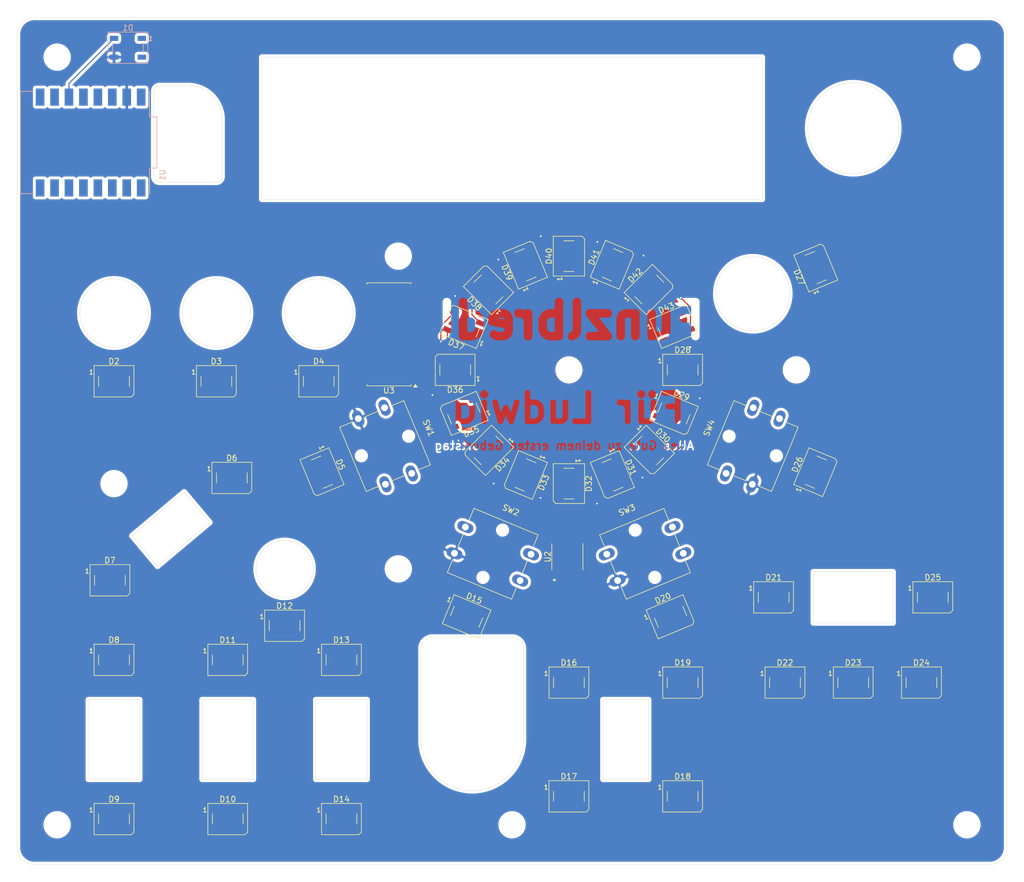
<source format=kicad_pcb>
(kicad_pcb (version 20241229) (generator "pcbnew") (generator_version "9.0")
  (layers (0 "F.Cu" signal) (2 "B.Cu" signal) (13 "F.Paste" user) (15 "B.Paste" user) (5 "F.SilkS" user "F.Silkscreen") (7 "B.SilkS" user "B.Silkscreen") (1 "F.Mask" user) (3 "B.Mask" user) (25 "Edge.Cuts" user))
  (net 0 "")
  (net 1 "GND")
  (net 2 "+5V")
  (net 3 "Net-(D1-DOUT)")
  (net 4 "Net-(D2-DOUT)")
  (net 5 "Net-(D3-DOUT)")
  (net 6 "Net-(D4-DOUT)")
  (net 7 "Net-(D5-DOUT)")
  (net 8 "Net-(D6-DOUT)")
  (net 9 "Net-(D7-DOUT)")
  (net 10 "Net-(D8-DOUT)")
  (net 11 "Net-(D10-DIN)")
  (net 12 "Net-(D10-DOUT)")
  (net 13 "Net-(D11-DOUT)")
  (net 14 "Net-(D12-DOUT)")
  (net 15 "Net-(D13-DOUT)")
  (net 16 "Net-(D14-DOUT)")
  (net 17 "Net-(D15-DOUT)")
  (net 18 "Net-(D16-DOUT)")
  (net 19 "Net-(D17-DOUT)")
  (net 20 "Net-(D18-DOUT)")
  (net 21 "Net-(D19-DOUT)")
  (net 22 "Net-(D20-DOUT)")
  (net 23 "Net-(D21-DOUT)")
  (net 24 "Net-(D22-DOUT)")
  (net 25 "Net-(D23-DOUT)")
  (net 26 "Net-(D24-DOUT)")
  (net 27 "Net-(D25-DOUT)")
  (net 28 "Net-(D26-DOUT)")
  (net 29 "Net-(D27-DOUT)")
  (net 30 "Net-(D28-DOUT)")
  (net 31 "Net-(D29-DOUT)")
  (net 32 "Net-(D30-DOUT)")
  (net 33 "Net-(D31-DOUT)")
  (net 34 "Net-(D32-DOUT)")
  (net 35 "Net-(D33-DOUT)")
  (net 36 "Net-(D34-DOUT)")
  (net 37 "Net-(D35-DOUT)")
  (net 38 "Net-(D36-DOUT)")
  (net 39 "Net-(D37-DOUT)")
  (net 40 "Net-(D38-DOUT)")
  (net 41 "Net-(D39-DOUT)")
  (net 42 "Net-(D40-DOUT)")
  (net 43 "Net-(D41-DOUT)")
  (net 44 "Net-(D42-DOUT)")
  (net 55 "Net-(D1-DIN)")
  (net 56 "+3V3")
  (net 58 "SDA")
  (net 59 "SCL")
  (footprint "LED_SMD:LED_WS2812B_PLCC4_5.0x5.0mm_P3.2mm" (layer "F.Cu") (at 114.14 50.86 45)
    (property "Reference" "D42")
    (property "Value" "WS2812B")
  )
  (footprint "LED_SMD:LED_WS2812B_PLCC4_5.0x5.0mm_P3.2mm" (layer "F.Cu") (at 38 67)
    (property "Reference" "D3")
    (property "Value" "WS2812B")
  )
  (footprint "LED_SMD:LED_WS2812B_PLCC4_5.0x5.0mm_P3.2mm" (layer "F.Cu") (at 138 120)
    (property "Reference" "D22")
    (property "Value" "WS2812B")
  )
  (footprint "MountingHole:MountingHole_4.3mm_M4_DIN965" (layer "F.Cu") (at 70 100)
    (property "Reference" "H6" (hide yes))
    (property "Value" "MountingHole" (hide yes))
  )
  (footprint "LED_SMD:LED_WS2812B_PLCC4_5.0x5.0mm_P3.2mm" (layer "F.Cu") (at 60 144)
    (property "Reference" "D14")
    (property "Value" "WS2812B")
  )
  (footprint "MountingHole:MountingHole_4.3mm_M4_DIN965" (layer "F.Cu") (at 70 45)
    (property "Reference" "H10" (hide yes))
    (property "Value" "MountingHole" (hide yes))
  )
  (footprint "LED_SMD:LED_WS2812B_PLCC4_5.0x5.0mm_P3.2mm" (layer "F.Cu") (at 100 45 90)
    (property "Reference" "D40")
    (property "Value" "WS2812B")
  )
  (footprint "LED_SMD:LED_WS2812B_PLCC4_5.0x5.0mm_P3.2mm" (layer "F.Cu") (at 117.88 108.42 22.5)
    (property "Reference" "D20")
    (property "Value" "WS2812B")
  )
  (footprint "MountingHole:MountingHole_4.3mm_M4_DIN965" (layer "F.Cu") (at 140 65)
    (property "Reference" "H8" (hide yes))
    (property "Value" "MountingHole" (hide yes))
  )
  (footprint "MountingHole:MountingHole_4.3mm_M4_DIN965" (layer "F.Cu") (at 170 10)
    (property "Reference" "H2" (hide yes))
    (property "Value" "MountingHole" (hide yes))
  )
  (footprint "MountingHole:MountingHole_4.3mm_M4_DIN965" (layer "F.Cu") (at 90 145)
    (property "Reference" "H9" (hide yes))
    (property "Value" "MountingHole" (hide yes))
  )
  (footprint "LED_SMD:LED_WS2812B_PLCC4_5.0x5.0mm_P3.2mm" (layer "F.Cu") (at 120 65)
    (property "Reference" "D28")
    (property "Value" "WS2812B")
  )
  (footprint "Lib:ColorButton" (layer "F.Cu") (at 132.34 78.39 67.5)
    (property "Reference" "SW4")
    (property "Value" "SW_MEC_5E")
  )
  (footprint "LED_SMD:LED_WS2812B_PLCC4_5.0x5.0mm_P3.2mm" (layer "F.Cu") (at 100 120)
    (property "Reference" "D16")
    (property "Value" "WS2812B")
  )
  (footprint "Lib:ColorButton" (layer "F.Cu") (at 86.61 97.34 -22.5)
    (property "Reference" "SW2")
    (property "Value" "SW_MEC_5E")
  )
  (footprint "LED_SMD:LED_WS2812B_PLCC4_5.0x5.0mm_P3.2mm" (layer "F.Cu") (at 164 105)
    (property "Reference" "D25")
    (property "Value" "WS2812B")
  )
  (footprint "LED_SMD:LED_WS2812B_PLCC4_5.0x5.0mm_P3.2mm" (layer "F.Cu") (at 118.48 72.65 -22.5)
    (property "Reference" "D29")
    (property "Value" "WS2812B")
  )
  (footprint "LED_SMD:LED_WS2812B_PLCC4_5.0x5.0mm_P3.2mm" (layer "F.Cu") (at 92.35 46.52 112.5)
    (property "Reference" "D39")
    (property "Value" "WS2812B")
  )
  (footprint "LED_SMD:LED_WS2812B_PLCC4_5.0x5.0mm_P3.2mm" (layer "F.Cu") (at 120 120)
    (property "Reference" "D19")
    (property "Value" "WS2812B")
  )
  (footprint "LED_SMD:LED_WS2812B_PLCC4_5.0x5.0mm_P3.2mm" (layer "F.Cu") (at 143.42 82.99 67.5)
    (property "Reference" "D26")
    (property "Value" "WS2812B")
  )
  (footprint "LED_SMD:LED_WS2812B_PLCC4_5.0x5.0mm_P3.2mm" (layer "F.Cu") (at 40.72 84)
    (property "Reference" "D6")
    (property "Value" "WS2812B")
  )
  (footprint "Lib:ColorButton" (layer "F.Cu") (at 113.39 97.34 22.5)
    (property "Reference" "SW3")
    (property "Value" "SW_MEC_5E")
  )
  (footprint "LED_SMD:LED_WS2812B_PLCC4_5.0x5.0mm_P3.2mm" (layer "F.Cu") (at 19.28 102)
    (property "Reference" "D7")
    (property "Value" "WS2812B")
  )
  (footprint "Package_SO:SOIC-28W_7.5x17.9mm_P1.27mm" (layer "F.Cu") (at 68.35 58.745 180)
    (property "Reference" "U3")
    (property "Value" "MCP23017_SO")
  )
  (footprint "LED_SMD:LED_WS2812B_PLCC4_5.0x5.0mm_P3.2mm" (layer "F.Cu") (at 40 116)
    (property "Reference" "D11")
    (property "Value" "WS2812B")
  )
  (footprint "LED_SMD:LED_WS2812B_PLCC4_5.0x5.0mm_P3.2mm" (layer "F.Cu") (at 50 110)
    (property "Reference" "D12")
    (property "Value" "WS2812B")
  )
  (footprint "LED_SMD:LED_WS2812B_PLCC4_5.0x5.0mm_P3.2mm" (layer "F.Cu") (at 143.42 47.01 112.5)
    (property "Reference" "D27")
    (property "Value" "WS2812B")
  )
  (footprint "LED_SMD:LED_WS2812B_PLCC4_5.0x5.0mm_P3.2mm" (layer "F.Cu") (at 162 120)
    (property "Reference" "D24")
    (property "Value" "WS2812B")
  )
  (footprint "MountingHole:MountingHole_4.3mm_M4_DIN965" (layer "F.Cu") (at 100 65)
    (property "Reference" "H5" (hide yes))
    (property "Value" "MountingHole" (hide yes))
  )
  (footprint "LED_SMD:LED_WS2812B_PLCC4_5.0x5.0mm_P3.2mm" (layer "F.Cu") (at 56.58 82.99 -67.5)
    (property "Reference" "D5")
    (property "Value" "WS2812B")
  )
  (footprint "LED_SMD:LED_WS2812B_PLCC4_5.0x5.0mm_P3.2mm" (layer "F.Cu") (at 60 116)
    (property "Reference" "D13")
    (property "Value" "WS2812B")
  )
  (footprint "LED_SMD:LED_WS2812B_PLCC4_5.0x5.0mm_P3.2mm" (layer "F.Cu") (at 107.65 83.48 -67.5)
    (property "Reference" "D31")
    (property "Value" "WS2812B")
  )
  (footprint "LED_SMD:LED_WS2812B_PLCC4_5.0x5.0mm_P3.2mm" (layer "F.Cu") (at 40 144)
    (property "Reference" "D10")
    (property "Value" "WS2812B")
  )
  (footprint "LED_SMD:LED_WS2812B_PLCC4_5.0x5.0mm_P3.2mm" (layer "F.Cu") (at 20 67)
    (property "Reference" "D2")
    (property "Value" "WS2812B")
  )
  (footprint "LED_SMD:LED_WS2812B_PLCC4_5.0x5.0mm_P3.2mm" (layer "F.Cu") (at 150 120)
    (property "Reference" "D23")
    (property "Value" "WS2812B")
  )
  (footprint "LED_SMD:LED_WS2812B_PLCC4_5.0x5.0mm_P3.2mm" (layer "F.Cu") (at 82.01 108.42 -22.5)
    (property "Reference" "D15")
    (property "Value" "WS2812B")
  )
  (footprint "LED_SMD:LED_WS2812B_PLCC4_5.0x5.0mm_P3.2mm" (layer "F.Cu") (at 92.35 83.48 -112.5)
    (property "Reference" "D33")
    (property "Value" "WS2812B")
  )
  (footprint "LED_SMD:LED_WS2812B_PLCC4_5.0x5.0mm_P3.2mm" (layer "F.Cu") (at 56 67)
    (property "Reference" "D4")
    (property "Value" "WS2812B")
  )
  (footprint "MountingHole:MountingHole_4.3mm_M4_DIN965" (layer "F.Cu") (at 10 10)
    (property "Reference" "H1" (hide yes))
    (property "Value" "MountingHole" (hide yes))
  )
  (footprint "Package_SO:TSSOP-16_4.4x5mm_P0.65mm" (layer "F.Cu") (at 99.725 97.8625 90)
    (property "Reference" "U2")
    (property "Value" "ADS7828")
  )
  (footprint "LED_SMD:LED_WS2812B_PLCC4_5.0x5.0mm_P3.2mm" (layer "F.Cu") (at 20 116)
    (property "Reference" "D8")
    (property "Value" "WS2812B")
  )
  (footprint "MountingHole:MountingHole_4.3mm_M4_DIN965" (layer "F.Cu") (at 170 145)
    (property "Reference" "H4" (hide yes))
    (property "Value" "MountingHole" (hide yes))
  )
  (footprint "LED_SMD:LED_WS2812B_PLCC4_5.0x5.0mm_P3.2mm" (layer "F.Cu") (at 120 140)
    (property "Reference" "D18")
    (property "Value" "WS2812B")
  )
  (footprint "LED_SMD:LED_WS2812B_PLCC4_5.0x5.0mm_P3.2mm" (layer "F.Cu") (at 100 140)
    (property "Reference" "D17")
    (property "Value" "WS2812B")
  )
  (footprint "LED_SMD:LED_WS2812B_PLCC4_5.0x5.0mm_P3.2mm" (layer "F.Cu") (at 118.48 57.35 22.5)
    (property "Reference" "D43")
    (property "Value" "WS2812B")
  )
  (footprint "LED_SMD:LED_WS2812B_PLCC4_5.0x5.0mm_P3.2mm" (layer "F.Cu") (at 114.14 79.15 -45)
    (property "Reference" "D30")
    (property "Value" "WS2812B")
  )
  (footprint "LED_SMD:LED_WS2812B_PLCC4_5.0x5.0mm_P3.2mm" (layer "F.Cu") (at 80 65 180)
    (property "Reference" "D36")
    (property "Value" "WS2812B")
  )
  (footprint "LED_SMD:LED_WS2812B_PLCC4_5.0x5.0mm_P3.2mm" (layer "F.Cu") (at 20 144)
    (property "Reference" "D9")
    (property "Value" "WS2812B")
  )
  (footprint "LED_SMD:LED_WS2812B_PLCC4_5.0x5.0mm_P3.2mm" (layer "F.Cu") (at 81.52 57.35 157.5)
    (property "Reference" "D37")
    (property "Value" "WS2812B")
  )
  (footprint "Lib:ColorButton" (layer "F.Cu") (at 67.66 78.39 -67.5)
    (property "Reference" "SW1")
    (property "Value" "SW_MEC_5E")
  )
  (footprint "LED_SMD:LED_WS2812B_PLCC4_5.0x5.0mm_P3.2mm" (layer "F.Cu") (at 136 105)
    (property "Reference" "D21")
    (property "Value" "WS2812B")
  )
  (footprint "MountingHole:MountingHole_4.3mm_M4_DIN965" (layer "F.Cu") (at 20 85)
    (property "Reference" "H7" (hide yes))
    (property "Value" "MountingHole" (hide yes))
  )
  (footprint "MountingHole:MountingHole_4.3mm_M4_DIN965" (layer "F.Cu") (at 10 145)
    (property "Reference" "H3" (hide yes))
    (property "Value" "MountingHole" (hide yes))
  )
  (footprint "LED_SMD:LED_WS2812B_PLCC4_5.0x5.0mm_P3.2mm" (layer "F.Cu") (at 81.52 72.65 -157.5)
    (property "Reference" "D35")
    (property "Value" "WS2812B")
  )
  (footprint "LED_SMD:LED_WS2812B_PLCC4_5.0x5.0mm_P3.2mm" (layer "F.Cu") (at 100 85 -90)
    (property "Reference" "D32")
    (property "Value" "WS2812B")
  )
  (footprint "LED_SMD:LED_WS2812B_PLCC4_5.0x5.0mm_P3.2mm" (layer "F.Cu") (at 107.65 46.52 67.5)
    (property "Reference" "D41")
    (property "Value" "WS2812B")
  )
  (footprint "LED_SMD:LED_WS2812B_PLCC4_5.0x5.0mm_P3.2mm" (layer "F.Cu") (at 85.86 79.14 -135)
    (property "Reference" "D34")
    (property "Value" "WS2812B")
  )
  (footprint "LED_SMD:LED_WS2812B_PLCC4_5.0x5.0mm_P3.2mm" (layer "F.Cu") (at 85.86 50.86 135)
    (property "Reference" "D38")
    (property "Value" "WS2812B")
  )
  (footprint "Lib:MODULE_ESP32-C3_SUPERMINI" (layer "B.Cu") (at 14.88 25.015 90)
    (property "Reference" "U1")
    (property "Value" "ESP32-C3_SUPERMINI_SMD")
  )
  (footprint "LED_SMD:LED_WS2812B_PLCC4_5.0x5.0mm_P3.2mm" (layer "B.Cu") (at 22.45 8.35 180)
    (property "Reference" "D1")
    (property "Value" "WS2812B")
  )
  (gr_circle (center 20 55) (end 26 55) (stroke (width 0.05)) (fill no) (layer "Edge.Cuts"))
  (gr_arc (start 28 32) (mid 27.292893 31.707107) (end 27 31) (stroke (width 0.05)) (layer "Edge.Cuts"))
  (gr_line (start 177 6) (end 177 149) (stroke (width 0.05)) (layer "Edge.Cuts"))
  (gr_poly (pts (xy 32.34651 86.462119) (xy 36.846023 91.82443) (xy 27.65349 99.537881) (xy 23.153977 94.17557)) (stroke (width 0.05)) (fill no) (layer "Edge.Cuts"))
  (gr_arc (start 90 112) (mid 91.414214 112.585786) (end 92 114) (stroke (width 0.05)) (layer "Edge.Cuts"))
  (gr_line (start 33 15) (end 28 15) (stroke (width 0.05)) (layer "Edge.Cuts"))
  (gr_line (start 92 130) (end 92 114) (stroke (width 0.05)) (layer "Edge.Cuts"))
  (gr_arc (start 27 16) (mid 27.292893 15.292893) (end 28 15) (stroke (width 0.05)) (layer "Edge.Cuts"))
  (gr_circle (center 38 55) (end 44 55) (stroke (width 0.05)) (fill no) (layer "Edge.Cuts"))
  (gr_arc (start 174 3) (mid 176.12132 3.87868) (end 177 6) (stroke (width 0.05)) (layer "Edge.Cuts"))
  (gr_arc (start 33 15) (mid 37.242641 16.757359) (end 39 21) (stroke (width 0.05)) (layer "Edge.Cuts"))
  (gr_arc (start 6 152) (mid 3.87868 151.12132) (end 3 149) (stroke (width 0.05)) (layer "Edge.Cuts"))
  (gr_line (start 28 32) (end 38 32) (stroke (width 0.05)) (layer "Edge.Cuts"))
  (gr_line (start 46 10) (end 46 35) (stroke (width 0.05)) (layer "Edge.Cuts"))
  (gr_line (start 134 35) (end 134 10) (stroke (width 0.05)) (layer "Edge.Cuts"))
  (gr_line (start 6 3) (end 174 3) (stroke (width 0.05)) (layer "Edge.Cuts"))
  (gr_arc (start 3 6) (mid 3.87868 3.87868) (end 6 3) (stroke (width 0.05)) (layer "Edge.Cuts"))
  (gr_circle (center 50 100) (end 50 105) (stroke (width 0.05)) (fill no) (layer "Edge.Cuts"))
  (gr_circle (center 132.34 51.61) (end 138.84 51.61) (stroke (width 0.05)) (fill no) (layer "Edge.Cuts"))
  (gr_line (start 90 112) (end 76 112) (stroke (width 0.05)) (layer "Edge.Cuts"))
  (gr_line (start 27 16) (end 27 31) (stroke (width 0.05)) (layer "Edge.Cuts"))
  (gr_line (start 174 152) (end 6 152) (stroke (width 0.05)) (layer "Edge.Cuts"))
  (gr_arc (start 92 130) (mid 83 139) (end 74 130) (stroke (width 0.05)) (layer "Edge.Cuts"))
  (gr_line (start 39 31) (end 39 21) (stroke (width 0.05)) (layer "Edge.Cuts"))
  (gr_arc (start 177 149) (mid 176.12132 151.12132) (end 174 152) (stroke (width 0.05)) (layer "Edge.Cuts"))
  (gr_circle (center 56 55) (end 62 55) (stroke (width 0.05)) (fill no) (layer "Edge.Cuts"))
  (gr_line (start 3 149) (end 3 6) (stroke (width 0.05)) (layer "Edge.Cuts"))
  (gr_circle (center 150 22.5) (end 158 22.5) (stroke (width 0.05)) (fill no) (layer "Edge.Cuts"))
  (gr_arc (start 39 31) (mid 38.707107 31.707107) (end 38 32) (stroke (width 0.05)) (layer "Edge.Cuts"))
  (gr_rect (start 143 100.5) (end 157 109.5) (stroke (width 0.05)) (fill no) (layer "Edge.Cuts"))
  (gr_rect (start 35.5 123) (end 44.5 137) (stroke (width 0.05)) (fill no) (layer "Edge.Cuts"))
  (gr_rect (start 106 123) (end 114 137) (stroke (width 0.05)) (fill no) (layer "Edge.Cuts"))
  (gr_arc (start 74 114) (mid 74.585786 112.585786) (end 76 112) (stroke (width 0.05)) (layer "Edge.Cuts"))
  (gr_rect (start 55.5 123) (end 64.5 137) (stroke (width 0.05)) (fill no) (layer "Edge.Cuts"))
  (gr_line (start 46 35) (end 134 35) (stroke (width 0.05)) (layer "Edge.Cuts"))
  (gr_line (start 74 114) (end 74 130) (stroke (width 0.05)) (layer "Edge.Cuts"))
  (gr_rect (start 15.5 123) (end 24.5 137) (stroke (width 0.05)) (fill no) (layer "Edge.Cuts"))
  (gr_line (start 134 10) (end 46 10) (stroke (width 0.05)) (layer "Edge.Cuts"))
  (gr_text "Alles Gute zu deinem ersten Geburtstag" (at 122.2 79.2 0) (layer "B.Cu" knockout) (effects (font (size 1.5 1.5) (thickness 0.3) (bold yes)) (justify left bottom mirror)))
  (gr_text "Funzlbredl" (at 125 59.9 0) (layer "B.Cu" knockout) (effects (font (size 6 6) (thickness 2)) (justify left bottom mirror)))
  (gr_text "Für Ludwig" (at 121 74.7 0) (layer "B.Cu" knockout) (effects (font (size 5 5) (thickness 1) (bold yes)) (justify left bottom mirror)))
  (segment (start 117.039138 50.294315) (end 117.675532 50.294315) (width 0.2) (layer "F.Cu") (net 1))
  (segment (start 99.401 88.501) (end 98.35 87.45) (width 0.2) (layer "F.Cu") (net 1))
  (segment (start 121.374933 61) (end 121.374933 65.574933) (width 0.2) (layer "F.Cu") (net 1))
  (segment (start 78.625067 75.461734) (end 78.625067 72.063173) (width 0.2) (layer "F.Cu") (net 1))
  (segment (start 79.887923 54.888024) (end 79.887923 51.880914) (width 0.2) (layer "F.Cu") (net 1))
  (segment (start 120.112077 75.111976) (end 120.112077 78.129086) (width 0.2) (layer "F.Cu") (net 1))
  (segment (start 114.705685 82.130982) (end 112.918333 83.918333) (width 0.2) (layer "F.Cu") (net 1))
  (segment (start 121.374933 57.936827) (end 121.374933 61) (width 0.2) (layer "F.Cu") (net 1))
  (segment (start 112.918333 83.918333) (end 110.461734 86.374933) (width 0.2) (layer "F.Cu") (net 1))
  (segment (start 107.708831 42.484778) (end 110.111976 44.887923) (width 0.2) (layer "F.Cu") (net 1))
  (segment (start 82.960862 79.705685) (end 82.869018 79.705685) (width 0.2) (layer "F.Cu") (net 1))
  (segment (start 104.937106 88.501) (end 99.401 88.501) (width 0.2) (layer "F.Cu") (net 1))
  (segment (start 92.936827 43.625067) (end 95.062894 41.499) (width 0.2) (layer "F.Cu") (net 1))
  (segment (start 82.960862 81.192025) (end 82.960862 79.705685) (width 0.2) (layer "F.Cu") (net 1))
  (segment (start 89.888024 85.112077) (end 86.880914 85.112077) (width 0.2) (layer "F.Cu") (net 1))
  (segment (start 110.111976 44.887923) (end 113.119086 44.887923) (width 0.2) (layer "F.Cu") (net 1))
  (segment (start 79.887923 51.880914) (end 83.807975 47.960862) (width 0.2) (layer "F.Cu") (net 1))
  (segment (start 117.675532 50.294315) (end 119.690608 52.309392) (width 0.2) (layer "F.Cu") (net 1))
  (segment (start 82.869018 79.705685) (end 80.581666 77.418334) (width 0.2) (layer "F.Cu") (net 1))
  (segment (start 107.063173 86.374933) (end 104.937106 88.501) (width 0.2) (layer "F.Cu") (net 1))
  (segment (start 98.35 87.45) (end 98.284778 87.515222) (width 0.2) (layer "F.Cu") (net 1))
  (segment (start 121.374933 53.993716) (end 121.374933 57.936827) (width 0.2) (layer "F.Cu") (net 1))
  (segment (start 101.65 42.55) (end 101.715222 42.484778) (width 0.2) (layer "F.Cu") (net 1))
  (segment (start 119.690608 52.309392) (end 121.374933 53.993716) (width 0.2) (layer "F.Cu") (net 1))
  (segment (start 120 78.241163) (end 116.192025 82.049138) (width 0.2) (layer "F.Cu") (net 1))
  (segment (start 98.284778 87.515222) (end 95 87.515222) (width 0.2) (layer "F.Cu") (net 1))
  (segment (start 105 42.484778) (end 107.708831 42.484778) (width 0.2) (layer "F.Cu") (net 1))
  (segment (start 100.599 41.499) (end 101.65 42.55) (width 0.2) (layer "F.Cu") (net 1))
  (segment (start 123 72.224053) (end 120.112077 75.111976) (width 0.2) (layer "F.Cu") (net 1))
  (segment (start 87.581667 45.581667) (end 89.538266 43.625067) (width 0.2) (layer "F.Cu") (net 1))
  (segment (start 120.112077 78.129086) (end 120 78.241163) (width 0.2) (layer "F.Cu") (net 1))
  (segment (start 85.294315 47.960862) (end 85.294315 47.869018) (width 0.2) (layer "F.Cu") (net 1))
  (segment (start 78.625067 72.063173) (end 76 69.438106) (width 0.2) (layer "F.Cu") (net 1))
  (segment (start 114.705685 82.049138) (end 114.705685 82.130982) (width 0.2) (layer "F.Cu") (net 1))
  (segment (start 77.484778 57.291169) (end 79.887923 54.888024) (width 0.2) (layer "F.Cu") (net 1))
  (segment (start 123 67.2) (end 123 70) (width 0.2) (layer "F.Cu") (net 1))
  (segment (start 123 70) (end 123 72.224053) (width 0.2) (layer "F.Cu") (net 1))
  (segment (start 122.45 66.65) (end 123 67.2) (width 0.2) (layer "F.Cu") (net 1))
  (segment (start 89.538266 43.625067) (end 92.936827 43.625067) (width 0.2) (layer "F.Cu") (net 1))
  (segment (start 121.374933 65.574933) (end 122.45 66.65) (width 0.2) (layer "F.Cu") (net 1))
  (segment (start 77.484778 63.284778) (end 77.484778 60) (width 0.2) (layer "F.Cu") (net 1))
  (segment (start 117.039138 48.807975) (end 117.039138 50.294315) (width 0.2) (layer "F.Cu") (net 1))
  (segment (start 116.192025 82.049138) (end 114.705685 82.049138) (width 0.2) (layer "F.Cu") (net 1))
  (segment (start 80.581666 77.418334) (end 78.625067 75.461734) (width 0.2) (layer "F.Cu") (net 1))
  (segment (start 83.807975 47.960862) (end 85.294315 47.960862) (width 0.2) (layer "F.Cu") (net 1))
  (segment (start 92.291169 87.515222) (end 89.888024 85.112077) (width 0.2) (layer "F.Cu") (net 1))
  (segment (start 113.119086 44.887923) (end 117.039138 48.807975) (width 0.2) (layer "F.Cu") (net 1))
  (segment (start 86.768837 85) (end 82.960862 81.192025) (width 0.2) (layer "F.Cu") (net 1))
  (segment (start 110.461734 86.374933) (end 107.063173 86.374933) (width 0.2) (layer "F.Cu") (net 1))
  (segment (start 101.715222 42.484778) (end 105 42.484778) (width 0.2) (layer "F.Cu") (net 1))
  (segment (start 85.294315 47.869018) (end 87.581667 45.581667) (width 0.2) (layer "F.Cu") (net 1))
  (segment (start 95 87.515222) (end 92.291169 87.515222) (width 0.2) (layer "F.Cu") (net 1))
  (segment (start 77.55 63.35) (end 77.484778 63.284778) (width 0.2) (layer "F.Cu") (net 1))
  (segment (start 86.880914 85.112077) (end 86.768837 85) (width 0.2) (layer "F.Cu") (net 1))
  (segment (start 76 69.438106) (end 76 64.9) (width 0.2) (layer "F.Cu") (net 1))
  (segment (start 95.062894 41.499) (end 100.599 41.499) (width 0.2) (layer "F.Cu") (net 1))
  (segment (start 76 64.9) (end 77.55 63.35) (width 0.2) (layer "F.Cu") (net 1))
  (segment (start 77.484778 60) (end 77.484778 57.291169) (width 0.2) (layer "F.Cu") (net 1))
  (via (at 104.937106 88.501) (size 0.6) (drill 0.3) (layers "F.Cu" "B.Cu") (net 1))
  (via (at 76 69.438106) (size 0.6) (drill 0.3) (layers "F.Cu" "B.Cu") (net 1))
  (via (at 80.581666 77.418334) (size 0.6) (drill 0.3) (layers "F.Cu" "B.Cu") (net 1))
  (via (at 113.119086 44.887923) (size 0.6) (drill 0.3) (layers "F.Cu" "B.Cu") (net 1))
  (via (at 77.484778 60) (size 0.6) (drill 0.3) (layers "F.Cu" "B.Cu") (net 1))
  (via (at 121.374933 61) (size 0.6) (drill 0.3) (layers "F.Cu" "B.Cu") (net 1))
  (via (at 112.918333 83.918333) (size 0.6) (drill 0.3) (layers "F.Cu" "B.Cu") (net 1))
  (via (at 95 87.515222) (size 0.6) (drill 0.3) (layers "F.Cu" "B.Cu") (net 1))
  (via (at 105 42.484778) (size 0.6) (drill 0.3) (layers "F.Cu" "B.Cu") (net 1))
  (via (at 123 70) (size 0.6) (drill 0.3) (layers "F.Cu" "B.Cu") (net 1))
  (via (at 95.062894 41.499) (size 0.6) (drill 0.3) (layers "F.Cu" "B.Cu") (net 1))
  (via (at 120 78.241163) (size 0.6) (drill 0.3) (layers "F.Cu" "B.Cu") (net 1))
  (via (at 87.581667 45.581667) (size 0.6) (drill 0.3) (layers "F.Cu" "B.Cu") (net 1))
  (via (at 119.690608 52.309392) (size 0.6) (drill 0.3) (layers "F.Cu" "B.Cu") (net 1))
  (via (at 86.768837 85) (size 0.6) (drill 0.3) (layers "F.Cu" "B.Cu") (net 1))
  (via (at 80 52) (size 0.6) (drill 0.3) (layers "F.Cu" "B.Cu") (net 1))
  (segment (start 130.65 63.35) (end 140.97 53.03) (width 0.2) (layer "F.Cu") (net 29))
  (segment (start 122.45 63.35) (end 130.65 63.35) (width 0.2) (layer "F.Cu") (net 29))
  (segment (start 140.97 53.03) (end 140.97 48.66) (width 0.2) (layer "F.Cu") (net 29))
  (segment (start 117.55 66.65) (end 121.374933 70.474933) (width 0.2) (layer "F.Cu") (net 30))
  (segment (start 121.374933 70.474933) (end 121.374933 72.063173) (width 0.2) (layer "F.Cu") (net 30))
  (segment (start 117.039138 74.690898) (end 117.039138 79.715685) (width 0.2) (layer "F.Cu") (net 31))
  (segment (start 115.585067 73.236827) (end 117.039138 74.690898) (width 0.2) (layer "F.Cu") (net 31))
  (segment (start 111.240862 78.584315) (end 111.240862 83.983191) (width 0.2) (layer "F.Cu") (net 32))
  (segment (start 111.240862 83.983191) (end 110.111976 85.112077) (width 0.2) (layer "F.Cu") (net 32))
  (segment (start 105.188024 81.847923) (end 105.188024 83.911976) (width 0.2) (layer "F.Cu") (net 33))
  (segment (start 105.188024 83.911976) (end 101.65 87.45) (width 0.2) (layer "F.Cu") (net 33))
  (segment (start 98.35 82.55) (end 94.525067 86.374933) (width 0.2) (layer "F.Cu") (net 34))
  (segment (start 94.525067 86.374933) (end 92.936827 86.374933) (width 0.2) (layer "F.Cu") (net 34))
  (segment (start 91.763173 80.585067) (end 90.309102 82.039138) (width 0.2) (layer "F.Cu") (net 35))
  (segment (start 90.309102 82.039138) (end 85.294315 82.039138) (width 0.2) (layer "F.Cu") (net 35))
  (segment (start 86.425685 76.240862) (end 81.016809 76.240862) (width 0.2) (layer "F.Cu") (net 36))
  (segment (start 81.016809 76.240862) (end 79.887923 75.111976) (width 0.2) (layer "F.Cu") (net 36))
  (segment (start 81.088024 70.188024) (end 77.55 66.65) (width 0.2) (layer "F.Cu") (net 37))
  (segment (start 83.152077 70.188024) (end 81.088024 70.188024) (width 0.2) (layer "F.Cu") (net 37))
  (segment (start 78.625067 59.525067) (end 78.625067 57.936827) (width 0.2) (layer "F.Cu") (net 38))
  (segment (start 82.45 63.35) (end 78.625067 59.525067) (width 0.2) (layer "F.Cu") (net 38))
  (segment (start 84.414933 56.763173) (end 82.960862 55.309102) (width 0.2) (layer "F.Cu") (net 39))
  (segment (start 82.960862 55.309102) (end 82.960862 50.294315) (width 0.2) (layer "F.Cu") (net 39))
  (segment (start 88.759138 46.016809) (end 89.888024 44.887923) (width 0.2) (layer "F.Cu") (net 40))
  (segment (start 88.759138 51.425685) (end 88.759138 46.016809) (width 0.2) (layer "F.Cu") (net 40))
  (segment (start 94.811976 46.088024) (end 98.35 42.55) (width 0.2) (layer "F.Cu") (net 41))
  (segment (start 94.811976 48.152077) (end 94.811976 46.088024) (width 0.2) (layer "F.Cu") (net 41))
  (segment (start 105.474933 43.625067) (end 107.063173 43.625067) (width 0.2) (layer "F.Cu") (net 42))
  (segment (start 101.65 47.45) (end 105.474933 43.625067) (width 0.2) (layer "F.Cu") (net 42))
  (segment (start 109.690898 47.960862) (end 114.705685 47.960862) (width 0.2) (layer "F.Cu") (net 43))
  (segment (start 108.236827 49.414933) (end 109.690898 47.960862) (width 0.2) (layer "F.Cu") (net 43))
  (segment (start 113.574315 53.759138) (end 118.983191 53.759138) (width 0.2) (layer "F.Cu") (net 44))
  (segment (start 118.983191 53.759138) (end 120.112077 54.888024) (width 0.2) (layer "F.Cu") (net 44))
  (segment (start 12.08 14.62) (end 20 6.7) (width 0.2) (layer "B.Cu") (net 55))
  (segment (start 12.08 17.03) (end 12.08 14.62) (width 0.2) (layer "B.Cu") (net 55))
  (zone (net 2) (net_name "+5V") (layer "F.Cu") (connect_pads yes (clearance 0.5)) (min_thickness 0.25) (fill yes (thermal_gap 0.5) (thermal_bridge_width 0.5))
    (polygon (pts (xy 121 52) (xy 124 60) (xy 124 70) (xy 120 79) (xy 113 86) (xy 104 89) (xy 95 89) (xy 86 85) (xy 79 79) (xy 75 69) (xy 76 60) (xy 80 51) (xy 86 45) (xy 95 41) (xy 105 41) (xy 114 45)))
  )
  (zone (net 1) (net_name "GND") (layer "B.Cu") (priority 1) (connect_pads (clearance 0.5)) (min_thickness 0.25) (fill yes (thermal_gap 0.5) (thermal_bridge_width 0.5))
    (polygon (pts (xy 180 0) (xy 180 155) (xy 0 155) (xy 0 0)))
  )
)
</source>
